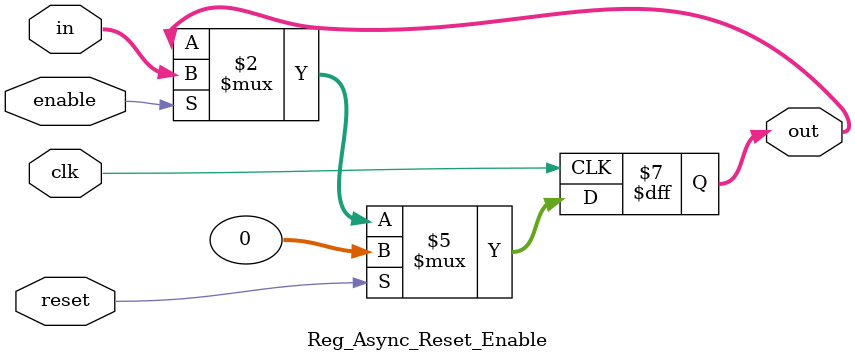
<source format=v>
module Reg_Async_Reset_Enable (reset, enable, clk, in, out);

input reset, enable, clk;
input wire [31:0] in;
wire clk;

output reg [31:0] out;

always@(posedge clk)
    begin
    if (reset)
	out <= 0;
    else if (enable)
	out <= in;
    end

endmodule

</source>
